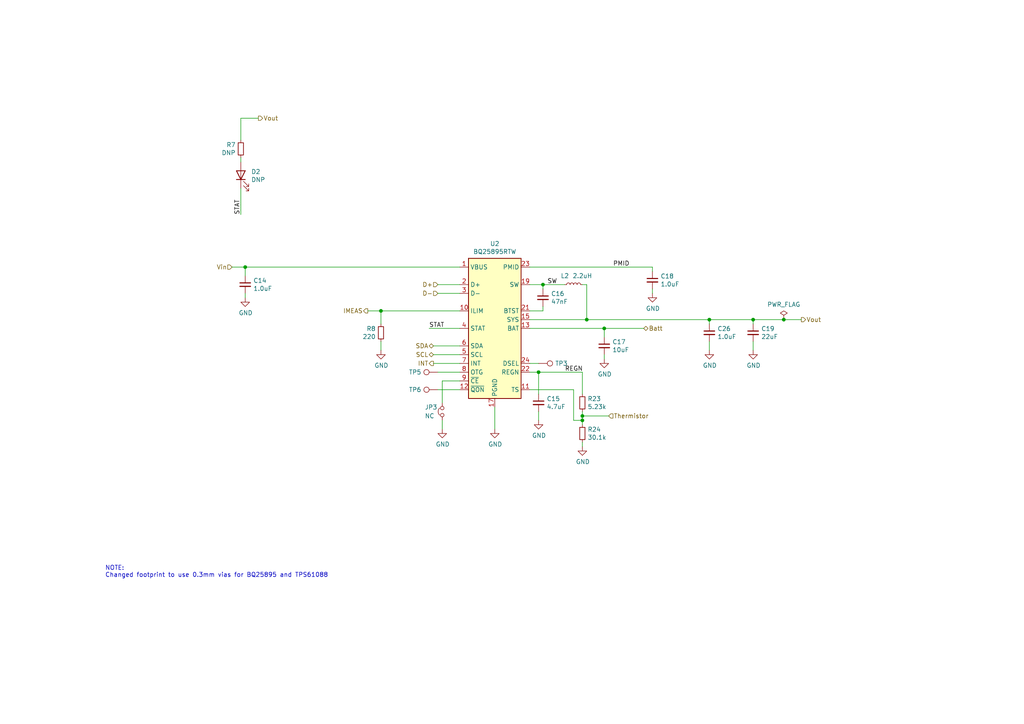
<source format=kicad_sch>
(kicad_sch (version 20210126) (generator eeschema)
  (paper "A4")
  (title_block (title "SuperPower-Leto") (date "2021-01-28") (rev "0.1") (company "SuperPower Team") (comment 1 "Drawn By: Seth Kazarians"))
  (lib_symbols
    (symbol "Battery_Management:BQ25895RTW"
      (property "Reference" "U" (at -5.08 22.86 0))
      (property "Value" "BQ25895RTW" (at 5.08 22.86 0))
      (symbol "BQ25895RTW_0_1"
        (rectangle (start -7.62 20.32) (end 7.62 -20.32) (stroke (width 0.254)) (fill (type background)))
      )
      (symbol "BQ25895RTW_1_1"
        (pin power_in line (at -10.16 17.78 0) (length 2.54) (name "VBUS") (number "1"))
        (pin passive line (at -10.16 5.08 0) (length 2.54) (name "ILIM") (number "10"))
        (pin passive line (at 10.16 -17.78 180) (length 2.54) (name "TS") (number "11"))
        (pin input line (at -10.16 -17.78 0) (length 2.54) (name "~QON") (number "12"))
        (pin passive line (at 10.16 0 180) (length 2.54) (name "BAT") (number "13"))
        (pin passive line (at 10.16 0 180) (length 2.54) hide (name "BAT") (number "14"))
        (pin passive line (at 10.16 2.54 180) (length 2.54) (name "SYS") (number "15"))
        (pin passive line (at 10.16 2.54 180) (length 2.54) hide (name "SYS") (number "16"))
        (pin power_in line (at 0 -22.86 90) (length 2.54) (name "PGND") (number "17"))
        (pin passive line (at 0 -22.86 90) (length 2.54) hide (name "PGND") (number "18"))
        (pin power_out line (at 10.16 12.7 180) (length 2.54) (name "SW") (number "19"))
        (pin bidirectional line (at -10.16 12.7 0) (length 2.54) (name "D+") (number "2"))
        (pin passive line (at 10.16 12.7 180) (length 2.54) hide (name "SW") (number "20"))
        (pin passive line (at 10.16 5.08 180) (length 2.54) (name "BTST") (number "21"))
        (pin passive line (at 10.16 -12.7 180) (length 2.54) (name "REGN") (number "22"))
        (pin power_out line (at 10.16 17.78 180) (length 2.54) (name "PMID") (number "23"))
        (pin open_collector line (at 10.16 -10.16 180) (length 2.54) (name "DSEL") (number "24"))
        (pin passive line (at 0 -22.86 90) (length 2.54) hide (name "PGND") (number "25"))
        (pin bidirectional line (at -10.16 10.16 0) (length 2.54) (name "D-") (number "3"))
        (pin open_collector line (at -10.16 0 0) (length 2.54) (name "STAT") (number "4"))
        (pin input line (at -10.16 -7.62 0) (length 2.54) (name "SCL") (number "5"))
        (pin bidirectional line (at -10.16 -5.08 0) (length 2.54) (name "SDA") (number "6"))
        (pin open_collector line (at -10.16 -10.16 0) (length 2.54) (name "INT") (number "7"))
        (pin input line (at -10.16 -12.7 0) (length 2.54) (name "OTG") (number "8"))
        (pin input line (at -10.16 -15.24 0) (length 2.54) (name "~CE") (number "9"))
      )
    )
    (symbol "Connector:TestPoint" (pin_numbers hide) (pin_names (offset 0.762) hide)
      (property "Reference" "TP" (at 0 6.858 0))
      (property "Value" "TestPoint" (at 0 5.08 0))
      (symbol "TestPoint_0_1"
        (circle (center 0 3.302) (radius 0.762))
      )
      (symbol "TestPoint_1_1"
        (pin passive line (at 0 0 90) (length 2.54) (name "1") (number "1"))
      )
    )
    (symbol "Device:C_Small" (pin_numbers hide) (pin_names (offset 0.254) hide)
      (property "Reference" "C" (at 0.254 1.778 0))
      (property "Value" "C_Small" (at 0.254 -2.032 0))
      (symbol "C_Small_0_1"
        (polyline (pts (xy -1.524 -0.508) (xy 1.524 -0.508)) (stroke (width 0.3302)))
        (polyline (pts (xy -1.524 0.508) (xy 1.524 0.508)) (stroke (width 0.3048)))
      )
      (symbol "C_Small_1_1"
        (pin passive line (at 0 2.54 270) (length 2.032) (name "~") (number "1"))
        (pin passive line (at 0 -2.54 90) (length 2.032) (name "~") (number "2"))
      )
    )
    (symbol "Device:Jumper_NC_Small" (pin_numbers hide) (pin_names (offset 0.762) hide)
      (property "Reference" "JP" (at 0 2.032 0))
      (property "Value" "Device_Jumper_NC_Small" (at 0.254 -1.524 0))
      (symbol "Jumper_NC_Small_0_1"
        (arc (start 1.016 0.762) (end -1.016 0.762) (radius (at 0 -0.254) (length 1.4478) (angles 45 135)))
        (circle (center -1.016 0) (radius 0.508))
        (circle (center 1.016 0) (radius 0.508))
        (pin passive line (at -2.54 0 0) (length 1.016) (name "1") (number "1"))
        (pin passive line (at 2.54 0 180) (length 1.016) (name "2") (number "2"))
      )
    )
    (symbol "Device:LED" (pin_numbers hide) (pin_names (offset 1.016) hide)
      (property "Reference" "D" (at 0 2.54 0))
      (property "Value" "LED" (at 0 -2.54 0))
      (symbol "LED_0_1"
        (polyline (pts (xy -1.27 -1.27) (xy -1.27 1.27)) (stroke (width 0.254)))
        (polyline (pts (xy -1.27 0) (xy 1.27 0)))
        (polyline (pts (xy 1.27 -1.27) (xy 1.27 1.27) (xy -1.27 0) (xy 1.27 -1.27)) (stroke (width 0.254)))
        (polyline (pts (xy -3.048 -0.762) (xy -4.572 -2.286) (xy -3.81 -2.286) (xy -4.572 -2.286) (xy -4.572 -1.524)))
        (polyline (pts (xy -1.778 -0.762) (xy -3.302 -2.286) (xy -2.54 -2.286) (xy -3.302 -2.286) (xy -3.302 -1.524)))
      )
      (symbol "LED_1_1"
        (pin passive line (at -3.81 0 0) (length 2.54) (name "K") (number "1"))
        (pin passive line (at 3.81 0 180) (length 2.54) (name "A") (number "2"))
      )
    )
    (symbol "Device:L_Small" (pin_numbers hide) (pin_names (offset 0.254) hide)
      (property "Reference" "L" (at 0.762 1.016 0))
      (property "Value" "L_Small" (at 0.762 -1.016 0))
      (symbol "L_Small_0_1"
        (arc (start 0 -2.032) (end 0 -1.016) (radius (at 0 -1.524) (length 0.508) (angles -89.9 89.9)))
        (arc (start 0 -1.016) (end 0 0) (radius (at 0 -0.508) (length 0.508) (angles -89.9 89.9)))
        (arc (start 0 0) (end 0 1.016) (radius (at 0 0.508) (length 0.508) (angles -89.9 89.9)))
        (arc (start 0 1.016) (end 0 2.032) (radius (at 0 1.524) (length 0.508) (angles -89.9 89.9)))
      )
      (symbol "L_Small_1_1"
        (pin passive line (at 0 2.54 270) (length 0.508) (name "~") (number "1"))
        (pin passive line (at 0 -2.54 90) (length 0.508) (name "~") (number "2"))
      )
    )
    (symbol "Device:R_Small" (pin_numbers hide) (pin_names (offset 0.254) hide)
      (property "Reference" "R" (at 0.762 0.508 0))
      (property "Value" "R_Small" (at 0.762 -1.016 0))
      (symbol "R_Small_0_1"
        (rectangle (start -0.762 1.778) (end 0.762 -1.778) (stroke (width 0.2032)))
      )
      (symbol "R_Small_1_1"
        (pin passive line (at 0 2.54 270) (length 0.762) (name "~") (number "1"))
        (pin passive line (at 0 -2.54 90) (length 0.762) (name "~") (number "2"))
      )
    )
    (symbol "power:GND" (power) (pin_names (offset 0))
      (property "Value" "GND" (at 0 -3.81 0))
      (symbol "GND_0_1"
        (polyline (pts (xy 0 0) (xy 0 -1.27) (xy 1.27 -1.27) (xy 0 -2.54) (xy -1.27 -1.27) (xy 0 -1.27)))
      )
      (symbol "GND_1_1"
        (pin power_in line (at 0 0 270) (length 0) hide (name "GND") (number "1"))
      )
    )
    (symbol "power:PWR_FLAG" (power) (pin_numbers hide) (pin_names (offset 0) hide)
      (property "Value" "PWR_FLAG" (at 0 3.81 0))
      (symbol "PWR_FLAG_0_0"
        (pin power_out line (at 0 0 90) (length 0) (name "pwr") (number "1"))
      )
      (symbol "PWR_FLAG_0_1"
        (polyline (pts (xy 0 0) (xy 0 1.27) (xy -1.016 1.905) (xy 0 2.54) (xy 1.016 1.905) (xy 0 1.27)))
      )
    )
  )
  (junction (at 71.12 77.47) (diameter 0.9144))
  (junction (at 110.49 90.17) (diameter 0.9144))
  (junction (at 156.21 107.95) (diameter 0.9144))
  (junction (at 157.48 82.55) (diameter 0.9144))
  (junction (at 168.91 120.65) (diameter 0.9144))
  (junction (at 168.91 121.92) (diameter 0.9144))
  (junction (at 170.18 92.71) (diameter 0.9144))
  (junction (at 175.26 95.25) (diameter 0.9144))
  (junction (at 205.74 92.71) (diameter 0.9144))
  (junction (at 218.44 92.71) (diameter 0.9144))
  (junction (at 227.33 92.71) (diameter 0.9144))
  (wire (pts (xy 67.31 77.47) (xy 71.12 77.47)))
  (wire (pts (xy 69.85 34.29) (xy 74.93 34.29)))
  (wire (pts (xy 69.85 40.64) (xy 69.85 34.29)))
  (wire (pts (xy 69.85 46.99) (xy 69.85 45.72)))
  (wire (pts (xy 69.85 62.23) (xy 69.85 54.61)))
  (wire (pts (xy 71.12 77.47) (xy 133.35 77.47)))
  (wire (pts (xy 71.12 80.01) (xy 71.12 77.47)))
  (wire (pts (xy 71.12 86.36) (xy 71.12 85.09)))
  (wire (pts (xy 106.68 90.17) (xy 110.49 90.17)))
  (wire (pts (xy 110.49 90.17) (xy 133.35 90.17)))
  (wire (pts (xy 110.49 93.98) (xy 110.49 90.17)))
  (wire (pts (xy 110.49 99.06) (xy 110.49 101.6)))
  (wire (pts (xy 125.73 102.87) (xy 133.35 102.87)))
  (wire (pts (xy 125.73 105.41) (xy 133.35 105.41)))
  (wire (pts (xy 127 113.03) (xy 133.35 113.03)))
  (wire (pts (xy 128.27 110.49) (xy 128.27 116.84)))
  (wire (pts (xy 128.27 110.49) (xy 133.35 110.49)))
  (wire (pts (xy 128.27 121.92) (xy 128.27 124.46)))
  (wire (pts (xy 133.35 82.55) (xy 127 82.55)))
  (wire (pts (xy 133.35 85.09) (xy 127 85.09)))
  (wire (pts (xy 133.35 95.25) (xy 124.46 95.25)))
  (wire (pts (xy 133.35 100.33) (xy 125.73 100.33)))
  (wire (pts (xy 133.35 107.95) (xy 127 107.95)))
  (wire (pts (xy 143.51 118.11) (xy 143.51 124.46)))
  (wire (pts (xy 153.67 77.47) (xy 189.23 77.47)))
  (wire (pts (xy 153.67 82.55) (xy 157.48 82.55)))
  (wire (pts (xy 153.67 92.71) (xy 170.18 92.71)))
  (wire (pts (xy 153.67 95.25) (xy 175.26 95.25)))
  (wire (pts (xy 153.67 105.41) (xy 156.21 105.41)))
  (wire (pts (xy 153.67 107.95) (xy 156.21 107.95)))
  (wire (pts (xy 156.21 107.95) (xy 156.21 114.3)))
  (wire (pts (xy 156.21 107.95) (xy 168.91 107.95)))
  (wire (pts (xy 156.21 121.92) (xy 156.21 119.38)))
  (wire (pts (xy 157.48 82.55) (xy 157.48 83.82)))
  (wire (pts (xy 157.48 82.55) (xy 163.83 82.55)))
  (wire (pts (xy 157.48 88.9) (xy 157.48 90.17)))
  (wire (pts (xy 157.48 90.17) (xy 153.67 90.17)))
  (wire (pts (xy 166.37 113.03) (xy 153.67 113.03)))
  (wire (pts (xy 166.37 121.92) (xy 166.37 113.03)))
  (wire (pts (xy 168.91 82.55) (xy 170.18 82.55)))
  (wire (pts (xy 168.91 114.3) (xy 168.91 107.95)))
  (wire (pts (xy 168.91 120.65) (xy 168.91 119.38)))
  (wire (pts (xy 168.91 120.65) (xy 168.91 121.92)))
  (wire (pts (xy 168.91 120.65) (xy 176.53 120.65)))
  (wire (pts (xy 168.91 121.92) (xy 166.37 121.92)))
  (wire (pts (xy 168.91 121.92) (xy 168.91 123.19)))
  (wire (pts (xy 168.91 129.54) (xy 168.91 128.27)))
  (wire (pts (xy 170.18 82.55) (xy 170.18 92.71)))
  (wire (pts (xy 170.18 92.71) (xy 205.74 92.71)))
  (wire (pts (xy 175.26 95.25) (xy 186.69 95.25)))
  (wire (pts (xy 175.26 97.79) (xy 175.26 95.25)))
  (wire (pts (xy 175.26 104.14) (xy 175.26 102.87)))
  (wire (pts (xy 189.23 77.47) (xy 189.23 78.74)))
  (wire (pts (xy 189.23 85.09) (xy 189.23 83.82)))
  (wire (pts (xy 205.74 92.71) (xy 218.44 92.71)))
  (wire (pts (xy 205.74 93.98) (xy 205.74 92.71)))
  (wire (pts (xy 205.74 101.6) (xy 205.74 99.06)))
  (wire (pts (xy 218.44 92.71) (xy 227.33 92.71)))
  (wire (pts (xy 218.44 93.98) (xy 218.44 92.71)))
  (wire (pts (xy 218.44 101.6) (xy 218.44 99.06)))
  (wire (pts (xy 227.33 92.71) (xy 232.41 92.71)))
  (text "NOTE:\nChanged footprint to use 0.3mm vias for BQ25895 and TPS61088" (at 30.48 167.64 0) (effects (font (size 1.27 1.27)) (justify left bottom)))
  (label "STAT" (at 69.85 62.23 90))
  (label "STAT" (at 124.46 95.25 0))
  (label "SW" (at 158.75 82.55 0))
  (label "REGN" (at 163.83 107.95 0))
  (label "PMID" (at 177.8 77.47 0))
  (hierarchical_label "Vin" (shape input) (at 67.31 77.47 180))
  (hierarchical_label "Vout" (shape output) (at 74.93 34.29 0))
  (hierarchical_label "IMEAS" (shape output) (at 106.68 90.17 180))
  (hierarchical_label "SDA" (shape bidirectional) (at 125.73 100.33 180))
  (hierarchical_label "SCL" (shape bidirectional) (at 125.73 102.87 180))
  (hierarchical_label "INT" (shape output) (at 125.73 105.41 180))
  (hierarchical_label "D+" (shape input) (at 127 82.55 180))
  (hierarchical_label "D-" (shape input) (at 127 85.09 180))
  (hierarchical_label "Thermistor" (shape input) (at 176.53 120.65 0))
  (hierarchical_label "Batt" (shape bidirectional) (at 186.69 95.25 0))
  (hierarchical_label "Vout" (shape output) (at 232.41 92.71 0))
  (symbol (lib_id "Device:L_Small") (at 166.37 82.55 90) (unit 1)
    (property "Reference" "L2" (at 163.83 80.01 90))
    (property "Value" "2.2uH" (at 168.91 80.01 90))
    (property "Footprint" "Inductor_SMD:L_Vishay_IHLP-2525" (effects hide))
    (property "Mfg" "Vishay-Dale" (effects hide))
    (property "Mfg PN" "IHLP2525CZER2R2M01" (effects hide))
    (property "Digi-Key PN" "541-1008-1-ND" (effects hide))
  )
  (symbol (lib_id "power:PWR_FLAG") (at 227.33 92.71 0) (unit 1)
    (property "Reference" "#FLG0104" (effects hide))
    (property "Value" "PWR_FLAG" (at 227.33 88.3158 0))
  )
  (symbol (lib_id "Connector:TestPoint") (at 127 107.95 90) (unit 1)
    (property "Reference" "TP5" (at 122.2248 107.95 90) (effects (justify left)))
    (property "Value" "DNP" (effects hide))
    (property "Footprint" "TestPoint:TestPoint_Pad_1.0x1.0mm" (effects hide))
    (property "Mfg" "DNP" (effects hide))
  )
  (symbol (lib_id "Connector:TestPoint") (at 127 113.03 90) (unit 1)
    (property "Reference" "TP6" (at 122.2248 113.03 90) (effects (justify left)))
    (property "Value" "DNP" (effects hide))
    (property "Footprint" "TestPoint:TestPoint_Pad_1.0x1.0mm" (effects hide))
    (property "Mfg" "DNP" (effects hide))
  )
  (symbol (lib_id "Connector:TestPoint") (at 156.21 105.41 270) (unit 1)
    (property "Reference" "TP3" (at 160.9852 105.41 90) (effects (justify left)))
    (property "Value" "DNP" (effects hide))
    (property "Footprint" "TestPoint:TestPoint_Pad_1.0x1.0mm" (effects hide))
    (property "Mfg" "DNP" (effects hide))
  )
  (symbol (lib_id "power:GND") (at 71.12 86.36 0) (unit 1)
    (property "Reference" "#PWR011" (effects hide))
    (property "Value" "GND" (at 71.247 90.7542 0))
  )
  (symbol (lib_id "power:GND") (at 110.49 101.6 0) (unit 1)
    (property "Reference" "#PWR012" (effects hide))
    (property "Value" "GND" (at 110.617 105.9942 0))
  )
  (symbol (lib_id "power:GND") (at 128.27 124.46 0) (unit 1)
    (property "Reference" "#PWR013" (effects hide))
    (property "Value" "GND" (at 128.397 128.8542 0))
  )
  (symbol (lib_id "power:GND") (at 143.51 124.46 0) (unit 1)
    (property "Reference" "#PWR0105" (effects hide))
    (property "Value" "GND" (at 143.637 128.8542 0))
  )
  (symbol (lib_id "power:GND") (at 156.21 121.92 0) (unit 1)
    (property "Reference" "#PWR014" (effects hide))
    (property "Value" "GND" (at 156.337 126.3142 0))
  )
  (symbol (lib_id "power:GND") (at 168.91 129.54 0) (unit 1)
    (property "Reference" "#PWR039" (effects hide))
    (property "Value" "GND" (at 169.037 133.9342 0))
  )
  (symbol (lib_id "power:GND") (at 175.26 104.14 0) (unit 1)
    (property "Reference" "#PWR0107" (effects hide))
    (property "Value" "GND" (at 175.387 108.5342 0))
  )
  (symbol (lib_id "power:GND") (at 189.23 85.09 0) (unit 1)
    (property "Reference" "#PWR0108" (effects hide))
    (property "Value" "GND" (at 189.357 89.4842 0))
  )
  (symbol (lib_id "power:GND") (at 205.74 101.6 0) (unit 1)
    (property "Reference" "#PWR028" (effects hide))
    (property "Value" "GND" (at 205.867 105.9942 0))
  )
  (symbol (lib_id "power:GND") (at 218.44 101.6 0) (unit 1)
    (property "Reference" "#PWR0106" (effects hide))
    (property "Value" "GND" (at 218.567 105.9942 0))
  )
  (symbol (lib_id "Device:Jumper_NC_Small") (at 128.27 119.38 90)
    (property "Reference" "JP3" (at 123.19 118.11 90) (effects (justify right)))
    (property "Value" "NC" (at 123.19 120.65 90) (effects (justify right)))
    (property "Footprint" "Jumper:SolderJumper-2_P1.3mm_Bridged_Pad1.0x1.5mm" (effects hide))
    (property "Mfg" "DNP" (effects hide))
  )
  (symbol (lib_id "Device:R_Small") (at 69.85 43.18 0) (mirror x) (unit 1)
    (property "Reference" "R7" (at 68.3514 42.0116 0) (effects (justify right)))
    (property "Value" "DNP" (at 68.3514 44.323 0) (effects (justify right)))
    (property "Footprint" "Resistor_SMD:R_0603_1608Metric" (effects hide))
    (property "Mfg" "DNP" (effects hide))
  )
  (symbol (lib_id "Device:R_Small") (at 110.49 96.52 0) (mirror x) (unit 1)
    (property "Reference" "R8" (at 108.9914 95.3516 0) (effects (justify right)))
    (property "Value" "220" (at 108.9914 97.663 0) (effects (justify right)))
    (property "Footprint" "Resistor_SMD:R_0603_1608Metric" (effects hide))
    (property "Mfg" "Yageo" (effects hide))
    (property "Mfg PN" "RC0603FR-07220RL" (effects hide))
    (property "Digi-Key PN" "311-220HRCT-ND" (effects hide))
  )
  (symbol (lib_id "Device:R_Small") (at 168.91 116.84 180) (unit 1)
    (property "Reference" "R23" (at 170.4086 115.6716 0) (effects (justify right)))
    (property "Value" "5.23k" (at 170.4086 117.983 0) (effects (justify right)))
    (property "Footprint" "Resistor_SMD:R_0603_1608Metric" (effects hide))
    (property "Digi-Key PN" "311-5.23KHRCT-ND" (effects hide))
    (property "Mfg" "Yageo" (effects hide))
    (property "Mfg PN" "RC0603FR-075K23L" (effects hide))
  )
  (symbol (lib_id "Device:R_Small") (at 168.91 125.73 180) (unit 1)
    (property "Reference" "R24" (at 170.4086 124.5616 0) (effects (justify right)))
    (property "Value" "30.1k" (at 170.4086 126.873 0) (effects (justify right)))
    (property "Footprint" "Resistor_SMD:R_0603_1608Metric" (effects hide))
    (property "Digi-Key PN" "311-30.1KHRCT-ND" (effects hide))
    (property "Mfg" "Yageo" (effects hide))
    (property "Mfg PN" "RC0603FR-0730K1L" (effects hide))
  )
  (symbol (lib_id "Device:C_Small") (at 71.12 82.55 0) (unit 1)
    (property "Reference" "C14" (at 73.4568 81.3816 0) (effects (justify left)))
    (property "Value" "1.0uF" (at 73.4568 83.693 0) (effects (justify left)))
    (property "Footprint" "Capacitor_SMD:C_0402_1005Metric" (effects hide))
    (property "Mfg" "Murata Electronics" (effects hide))
    (property "Mfg PN" "GRM155R61E105KA12D" (effects hide))
    (property "Digi-Key PN" "490-10017-1-ND" (effects hide))
  )
  (symbol (lib_id "Device:C_Small") (at 156.21 116.84 0) (unit 1)
    (property "Reference" "C15" (at 158.5468 115.6716 0) (effects (justify left)))
    (property "Value" "4.7uF" (at 158.5468 117.983 0) (effects (justify left)))
    (property "Footprint" "Capacitor_SMD:C_0603_1608Metric" (effects hide))
    (property "Mfg" "Samsung" (effects hide))
    (property "Mfg PN" "CL10A475KA8NQNC" (effects hide))
    (property "Digi-Key PN" "1276-1900-1-ND" (effects hide))
  )
  (symbol (lib_id "Device:C_Small") (at 157.48 86.36 0) (unit 1)
    (property "Reference" "C16" (at 159.8168 85.1916 0) (effects (justify left)))
    (property "Value" "47nF" (at 159.8168 87.503 0) (effects (justify left)))
    (property "Footprint" "Capacitor_SMD:C_0402_1005Metric" (effects hide))
    (property "Datasheet" "https://search.murata.co.jp/Ceramy/image/img/A01X/G101/ENG/GRM155R71E473KA88-01.pdf" (effects hide))
    (property "Mfg" "Murata" (effects hide))
    (property "Mfg PN" "GRM155R71E473KA88D" (effects hide))
    (property "Digi-Key PN" "490-3254-1-ND" (effects hide))
  )
  (symbol (lib_id "Device:C_Small") (at 175.26 100.33 0) (unit 1)
    (property "Reference" "C17" (at 177.5968 99.1616 0) (effects (justify left)))
    (property "Value" "10uF" (at 177.5968 101.473 0) (effects (justify left)))
    (property "Footprint" "Capacitor_SMD:C_0805_2012Metric" (effects hide))
    (property "Mfg" "Murata" (effects hide))
    (property "Mfg PN" "GRM21BR61E106KA73L" (effects hide))
    (property "Digi-Key PN" "490-5523-1-ND" (effects hide))
  )
  (symbol (lib_id "Device:C_Small") (at 189.23 81.28 0) (unit 1)
    (property "Reference" "C18" (at 191.5668 80.1116 0) (effects (justify left)))
    (property "Value" "1.0uF" (at 191.5668 82.423 0) (effects (justify left)))
    (property "Footprint" "Capacitor_SMD:C_0402_1005Metric" (effects hide))
    (property "Mfg" "Murata Electronics" (effects hide))
    (property "Mfg PN" "GRM155R61E105KA12D" (effects hide))
    (property "Digi-Key PN" "490-10017-1-ND" (effects hide))
  )
  (symbol (lib_id "Device:C_Small") (at 205.74 96.52 0) (unit 1)
    (property "Reference" "C26" (at 208.0768 95.3516 0) (effects (justify left)))
    (property "Value" "1.0uF" (at 208.0768 97.663 0) (effects (justify left)))
    (property "Footprint" "Capacitor_SMD:C_0402_1005Metric" (effects hide))
    (property "Mfg" "Murata Electronics" (effects hide))
    (property "Mfg PN" "GRM155R61E105KA12D" (effects hide))
    (property "Digi-Key PN" "490-10017-1-ND" (effects hide))
  )
  (symbol (lib_id "Device:C_Small") (at 218.44 96.52 0) (unit 1)
    (property "Reference" "C19" (at 220.7768 95.3516 0) (effects (justify left)))
    (property "Value" "22uF" (at 220.7768 97.663 0) (effects (justify left)))
    (property "Footprint" "Capacitor_SMD:C_1206_3216Metric" (effects hide))
    (property "Mfg" "Samsung" (effects hide))
    (property "Mfg PN" "CL31A226KAHNNNE" (effects hide))
    (property "Digi-Key PN" "1276-3047-1-ND" (effects hide))
  )
  (symbol (lib_id "Device:LED") (at 69.85 50.8 90) (unit 1)
    (property "Reference" "D2" (at 72.8472 49.8094 90) (effects (justify right)))
    (property "Value" "DNP" (at 72.8472 52.1208 90) (effects (justify right)))
    (property "Footprint" "LED_SMD:LED_0603_1608Metric" (effects hide))
    (property "Mfg" "DNP" (effects hide))
  )
  (symbol (lib_id "Battery_Management:BQ25895RTW") (at 143.51 95.25 0) (unit 1)
    (property "Reference" "U2" (at 143.51 70.6882 0))
    (property "Value" "BQ25895RTW" (at 143.51 72.9996 0))
    (property "Footprint" "SuperPower-RPi-KiCAD:Texas_S-PWQFN-N24_EP2.7x2.7mm_ThermalVias" (effects hide))
    (property "Datasheet" "http://www.ti.com/lit/ds/symlink/bq25895.pdf" (effects hide))
    (property "Digi-Key PN" "296-44345-1-ND" (effects hide))
    (property "Mfg" "Texas Instruments" (effects hide))
    (property "Mfg PN" "BQ25895RTWR" (effects hide))
  )
)
</source>
